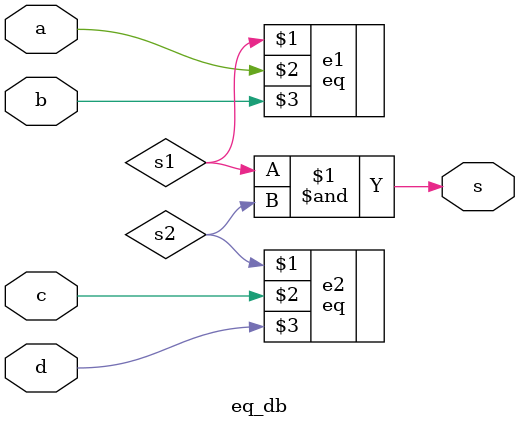
<source format=v>
module		eq_db(s, a, b, c, d); /* a=b && c=d 検出回路 */
	input	a, b, c, d;
	output	s;
	wire	s1, s2;
	eq		e1(s1, a, b);
	eq		e2(s2, c, d);
	assign	s = s1 & s2;
endmodule
</source>
